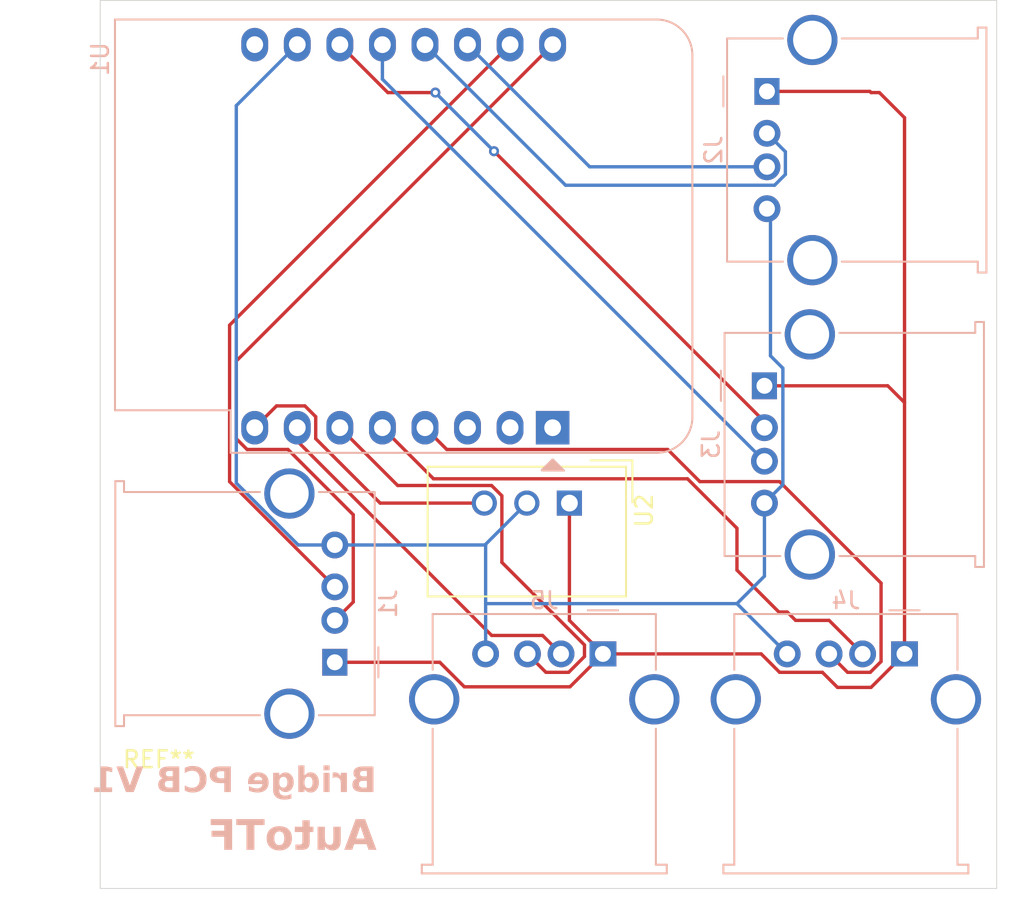
<source format=kicad_pcb>
(kicad_pcb (version 20240108) (generator "pcbnew") (generator_version "8.0")
  (layers (0 "F.Cu" signal) (31 "B.Cu" signal) (34 "B.Paste" user) (35 "F.Paste" user) (36 "B.SilkS" user "B.Silkscreen") (37 "F.SilkS" user "F.Silkscreen") (38 "B.Mask" user) (39 "F.Mask" user) (44 "Edge.Cuts" user))
  (net 0 "")
  (net 1 "Net-(J2-D+)")
  (net 3 "Net-(J4-D+)")
  (net 5 "Net-(J1-D+)")
  (net 7 "Net-(J5-D+)")
  (net 9 "Net-(J3-D-)")
  (net 10 "Net-(J5-D-)")
  (net 11 "Net-(J3-D+)")
  (net 12 "Net-(J2-D-)")
  (net 13 "Net-(U1-3V3)")
  (net 14 "Net-(J4-D-)")
  (net 15 "Net-(J1-D-)")
  (net 16 "Net-(J1-VBUS)")
  (footprint "Converter_DCDC:Converter_DCDC_TRACO_TSR1-xxxxE_THT" (layer "F.Cu") (at 119 146.5 -90)
    (property "Reference" "U2" (at 0.45 -4.46 90) (layer "F.SilkS"))
    (property "Value" "TSR1-2433E")
    (fp_line (start -2.17 8.46) (end 5.57 8.46) (stroke (width 0.12)) (layer "F.SilkS"))
    (fp_line (start -2.55 -1.26) (end -2.55 -3.76) (stroke (width 0.12)) (layer "F.SilkS"))
    (fp_line (start -2.17 -3.38) (end -2.17 8.46) (stroke (width 0.12)) (layer "F.SilkS"))
    (fp_line (start -2.17 -3.38) (end 5.57 -3.38) (stroke (width 0.12)) (layer "F.SilkS"))
    (fp_line (start 5.57 -3.38) (end 5.57 8.46) (stroke (width 0.12)) (layer "F.SilkS"))
    (fp_line (start -2.55 -3.76) (end -0.05 -3.76) (stroke (width 0.12)) (layer "F.SilkS"))
    (pad "1" thru_hole rect (at 0 0 270) (size 1.5 1.5) (drill 1) (layers "*.Cu" "*.Mask") (net 16 "Net-(J1-VBUS)"))
    (pad "2" thru_hole circle (at 0 2.54 270) (size 1.5 1.5) (drill 1) (layers "*.Cu" "*.Mask") (net 15 "Net-(J1-D-)"))
    (pad "3" thru_hole circle (at 0 5.08 270) (size 1.5 1.5) (drill 1) (layers "*.Cu" "*.Mask") (net 13 "Net-(U1-3V3)"))
  )
  (footprint "MountingHole:MountingHole_3.2mm_M3" (layer "F.Cu") (at 94.5 166)
    (property "Reference" "REF**" (at 0 -4.2 0) (layer "F.SilkS"))
    (property "Value" "MountingHole_3.2mm_M3")
    (pad "" np_thru_hole circle (at 0 0) (size 3.2 3.2) (drill 3.2) (layers "*.Cu" "*.Mask"))
  )
  (footprint "Connector_USB:USB_A_Molex_67643_Horizontal" (layer "B.Cu") (at 121 155.5 180)
    (property "Reference" "J5" (at 3.5 3.19 0) (layer "B.SilkS") (effects (justify mirror)))
    (property "Value" "USB_A")
    (fp_line (start 10.81 -12.58) (end 10.81 -13.1) (stroke (width 0.12)) (layer "B.SilkS"))
    (fp_line (start 10.81 -13.1) (end -3.81 -13.1) (stroke (width 0.12)) (layer "B.SilkS"))
    (fp_line (start 10.16 2.38) (end -3.16 2.38) (stroke (width 0.12)) (layer "B.SilkS"))
    (fp_line (start 10.16 -0.95) (end 10.16 2.38) (stroke (width 0.12)) (layer "B.SilkS"))
    (fp_line (start 10.16 -12.58) (end 10.81 -12.58) (stroke (width 0.12)) (layer "B.SilkS"))
    (fp_line (start 10.16 -12.58) (end 10.16 -4.47) (stroke (width 0.12)) (layer "B.SilkS"))
    (fp_line (start 0.9 2.6) (end -0.9 2.6) (stroke (width 0.12)) (layer "B.SilkS"))
    (fp_line (start -3.16 -0.95) (end -3.16 2.38) (stroke (width 0.12)) (layer "B.SilkS"))
    (fp_line (start -3.16 -4.47) (end -3.16 -12.58) (stroke (width 0.12)) (layer "B.SilkS"))
    (fp_line (start -3.81 -12.58) (end -3.16 -12.58) (stroke (width 0.12)) (layer "B.SilkS"))
    (fp_line (start -3.81 -13.1) (end -3.81 -12.58) (stroke (width 0.12)) (layer "B.SilkS"))
    (pad "1" thru_hole rect (at 0 0 180) (size 1.6 1.5) (drill 0.95) (layers "*.Cu" "*.Mask") (net 16 "Net-(J1-VBUS)"))
    (pad "2" thru_hole circle (at 2.5 0 180) (size 1.6 1.6) (drill 0.95) (layers "*.Cu" "*.Mask") (net 10 "Net-(J5-D-)"))
    (pad "3" thru_hole circle (at 4.5 0 180) (size 1.6 1.6) (drill 0.95) (layers "*.Cu" "*.Mask") (net 7 "Net-(J5-D+)"))
    (pad "4" thru_hole circle (at 7 0 180) (size 1.6 1.6) (drill 0.95) (layers "*.Cu" "*.Mask") (net 15 "Net-(J1-D-)"))
    (pad "5" thru_hole circle (at -3.07 -2.71 180) (size 3 3) (drill 2.3) (layers "*.Cu" "*.Mask"))
    (pad "5" thru_hole circle (at 10.07 -2.71 180) (size 3 3) (drill 2.3) (layers "*.Cu" "*.Mask"))
  )
  (footprint "Connector_USB:USB_A_Molex_67643_Horizontal" (layer "B.Cu") (at 130.64 139.5 -90)
    (property "Reference" "J3" (at 3.5 3.19 90) (layer "B.SilkS") (effects (justify mirror)))
    (property "Value" "USB_A")
    (fp_line (start 0.9 2.6) (end -0.9 2.6) (stroke (width 0.12)) (layer "B.SilkS"))
    (fp_line (start 10.16 2.38) (end -3.16 2.38) (stroke (width 0.12)) (layer "B.SilkS"))
    (fp_line (start -3.16 -0.95) (end -3.16 2.38) (stroke (width 0.12)) (layer "B.SilkS"))
    (fp_line (start 10.16 -0.95) (end 10.16 2.38) (stroke (width 0.12)) (layer "B.SilkS"))
    (fp_line (start -3.16 -4.47) (end -3.16 -12.58) (stroke (width 0.12)) (layer "B.SilkS"))
    (fp_line (start -3.81 -12.58) (end -3.16 -12.58) (stroke (width 0.12)) (layer "B.SilkS"))
    (fp_line (start 10.16 -12.58) (end 10.16 -4.47) (stroke (width 0.12)) (layer "B.SilkS"))
    (fp_line (start 10.16 -12.58) (end 10.81 -12.58) (stroke (width 0.12)) (layer "B.SilkS"))
    (fp_line (start 10.81 -12.58) (end 10.81 -13.1) (stroke (width 0.12)) (layer "B.SilkS"))
    (fp_line (start -3.81 -13.1) (end -3.81 -12.58) (stroke (width 0.12)) (layer "B.SilkS"))
    (fp_line (start 10.81 -13.1) (end -3.81 -13.1) (stroke (width 0.12)) (layer "B.SilkS"))
    (pad "1" thru_hole rect (at 0 0 270) (size 1.6 1.5) (drill 0.95) (layers "*.Cu" "*.Mask") (net 16 "Net-(J1-VBUS)"))
    (pad "2" thru_hole circle (at 2.5 0 270) (size 1.6 1.6) (drill 0.95) (layers "*.Cu" "*.Mask") (net 9 "Net-(J3-D-)"))
    (pad "3" thru_hole circle (at 4.5 0 270) (size 1.6 1.6) (drill 0.95) (layers "*.Cu" "*.Mask") (net 11 "Net-(J3-D+)"))
    (pad "4" thru_hole circle (at 7 0 270) (size 1.6 1.6) (drill 0.95) (layers "*.Cu" "*.Mask") (net 15 "Net-(J1-D-)"))
    (pad "5" thru_hole circle (at -3.07 -2.71 270) (size 3 3) (drill 2.3) (layers "*.Cu" "*.Mask"))
    (pad "5" thru_hole circle (at 10.07 -2.71 270) (size 3 3) (drill 2.3) (layers "*.Cu" "*.Mask"))
  )
  (footprint "Module:WEMOS_D1_mini_light" (layer "B.Cu") (at 118 142 90)
    (property "Reference" "U1" (at 22 -27 90) (layer "B.SilkS") (effects (justify mirror)))
    (property "Value" "WeMos_D1_mini")
    (fp_line (start 24.36 -26.12) (end 1.04 -26.12) (stroke (width 0.12)) (layer "B.SilkS"))
    (fp_line (start 1.04 -26.12) (end 1.04 -19.22) (stroke (width 0.12)) (layer "B.SilkS"))
    (fp_line (start 1.04 -19.22) (end -1.5 -19.22) (stroke (width 0.12)) (layer "B.SilkS"))
    (fp_line (start 24.36 6.21) (end 24.36 -26.12) (stroke (width 0.12)) (layer "B.SilkS"))
    (fp_line (start -1.5 6.21) (end -1.5 -19.22) (stroke (width 0.12)) (layer "B.SilkS"))
    (fp_line (start 0.63 8.34) (end 22.24 8.34) (stroke (width 0.12)) (layer "B.SilkS"))
    (fp_arc (start 24.36 6.21) (mid 23.736137 7.716137) (end 22.23 8.34) (stroke (width 0.12)) (layer "B.SilkS"))
    (fp_arc (start 0.63 8.34) (mid -0.876137 7.716137) (end -1.5 6.21) (stroke (width 0.12)) (layer "B.SilkS"))
    (fp_poly (pts (xy -2.54 0.635) (xy -2.54 -0.635) (xy -1.905 0)) (stroke (width 0.15)) (fill solid) (layer "B.SilkS"))
    (pad "1" thru_hole rect (at 0 0 90) (size 2 2) (drill 1) (layers "*.Cu" "*.Mask"))
    (pad "2" thru_hole oval (at 0 -2.54 90) (size 2 1.6) (drill 1) (layers "*.Cu" "*.Mask"))
    (pad "3" thru_hole oval (at 0 -5.08 90) (size 2 1.6) (drill 1) (layers "*.Cu" "*.Mask"))
    (pad "4" thru_hole oval (at 0 -7.62 90) (size 2 1.6) (drill 1) (layers "*.Cu" "*.Mask") (net 3 "Net-(J4-D+)"))
    (pad "5" thru_hole oval (at 0 -10.16 90) (size 2 1.6) (drill 1) (layers "*.Cu" "*.Mask") (net 14 "Net-(J4-D-)"))
    (pad "6" thru_hole oval (at 0 -12.7 90) (size 2 1.6) (drill 1) (layers "*.Cu" "*.Mask") (net 7 "Net-(J5-D+)"))
    (pad "7" thru_hole oval (at 0 -15.24 90) (size 2 1.6) (drill 1) (layers "*.Cu" "*.Mask") (net 10 "Net-(J5-D-)"))
    (pad "8" thru_hole oval (at 0 -17.78 90) (size 2 1.6) (drill 1) (layers "*.Cu" "*.Mask") (net 13 "Net-(U1-3V3)"))
    (pad "9" thru_hole oval (at 22.86 -17.78 90) (size 2 1.6) (drill 1) (layers "*.Cu" "*.Mask"))
    (pad "10" thru_hole oval (at 22.86 -15.24 90) (size 2 1.6) (drill 1) (layers "*.Cu" "*.Mask") (net 15 "Net-(J1-D-)"))
    (pad "11" thru_hole oval (at 22.86 -12.7 90) (size 2 1.6) (drill 1) (layers "*.Cu" "*.Mask") (net 9 "Net-(J3-D-)"))
    (pad "12" thru_hole oval (at 22.86 -10.16 90) (size 2 1.6) (drill 1) (layers "*.Cu" "*.Mask") (net 11 "Net-(J3-D+)"))
    (pad "13" thru_hole oval (at 22.86 -7.62 90) (size 2 1.6) (drill 1) (layers "*.Cu" "*.Mask") (net 12 "Net-(J2-D-)"))
    (pad "14" thru_hole oval (at 22.86 -5.08 90) (size 2 1.6) (drill 1) (layers "*.Cu" "*.Mask") (net 1 "Net-(J2-D+)"))
    (pad "15" thru_hole oval (at 22.86 -2.54 90) (size 2 1.6) (drill 1) (layers "*.Cu" "*.Mask") (net 5 "Net-(J1-D+)"))
    (pad "16" thru_hole oval (at 22.86 0 90) (size 2 1.6) (drill 1) (layers "*.Cu" "*.Mask") (net 15 "Net-(J1-D-)"))
  )
  (footprint "Connector_USB:USB_A_Molex_67643_Horizontal" (layer "B.Cu") (at 130.79 121.93 -90)
    (property "Reference" "J2" (at 3.5 3.19 90) (layer "B.SilkS") (effects (justify mirror)))
    (property "Value" "USB_A")
    (fp_line (start 0.9 2.6) (end -0.9 2.6) (stroke (width 0.12)) (layer "B.SilkS"))
    (fp_line (start 10.16 2.38) (end -3.16 2.38) (stroke (width 0.12)) (layer "B.SilkS"))
    (fp_line (start -3.16 -0.95) (end -3.16 2.38) (stroke (width 0.12)) (layer "B.SilkS"))
    (fp_line (start 10.16 -0.95) (end 10.16 2.38) (stroke (width 0.12)) (layer "B.SilkS"))
    (fp_line (start -3.16 -4.47) (end -3.16 -12.58) (stroke (width 0.12)) (layer "B.SilkS"))
    (fp_line (start -3.81 -12.58) (end -3.16 -12.58) (stroke (width 0.12)) (layer "B.SilkS"))
    (fp_line (start 10.16 -12.58) (end 10.16 -4.47) (stroke (width 0.12)) (layer "B.SilkS"))
    (fp_line (start 10.16 -12.58) (end 10.81 -12.58) (stroke (width 0.12)) (layer "B.SilkS"))
    (fp_line (start 10.81 -12.58) (end 10.81 -13.1) (stroke (width 0.12)) (layer "B.SilkS"))
    (fp_line (start -3.81 -13.1) (end -3.81 -12.58) (stroke (width 0.12)) (layer "B.SilkS"))
    (fp_line (start 10.81 -13.1) (end -3.81 -13.1) (stroke (width 0.12)) (layer "B.SilkS"))
    (pad "1" thru_hole rect (at 0 0 270) (size 1.6 1.5) (drill 0.95) (layers "*.Cu" "*.Mask") (net 16 "Net-(J1-VBUS)"))
    (pad "2" thru_hole circle (at 2.5 0 270) (size 1.6 1.6) (drill 0.95) (layers "*.Cu" "*.Mask") (net 12 "Net-(J2-D-)"))
    (pad "3" thru_hole circle (at 4.5 0 270) (size 1.6 1.6) (drill 0.95) (layers "*.Cu" "*.Mask") (net 1 "Net-(J2-D+)"))
    (pad "4" thru_hole circle (at 7 0 270) (size 1.6 1.6) (drill 0.95) (layers "*.Cu" "*.Mask") (net 15 "Net-(J1-D-)"))
    (pad "5" thru_hole circle (at -3.07 -2.71 270) (size 3 3) (drill 2.3) (layers "*.Cu" "*.Mask"))
    (pad "5" thru_hole circle (at 10.07 -2.71 270) (size 3 3) (drill 2.3) (layers "*.Cu" "*.Mask"))
  )
  (footprint "Connector_USB:USB_A_Molex_67643_Horizontal" (layer "B.Cu") (at 105 156 90)
    (property "Reference" "J1" (at 3.5 3.19 90) (layer "B.SilkS") (effects (justify mirror)))
    (property "Value" "USB_A")
    (fp_line (start 10.81 -13.1) (end -3.81 -13.1) (stroke (width 0.12)) (layer "B.SilkS"))
    (fp_line (start -3.81 -13.1) (end -3.81 -12.58) (stroke (width 0.12)) (layer "B.SilkS"))
    (fp_line (start 10.81 -12.58) (end 10.81 -13.1) (stroke (width 0.12)) (layer "B.SilkS"))
    (fp_line (start 10.16 -12.58) (end 10.81 -12.58) (stroke (width 0.12)) (layer "B.SilkS"))
    (fp_line (start 10.16 -12.58) (end 10.16 -4.47) (stroke (width 0.12)) (layer "B.SilkS"))
    (fp_line (start -3.81 -12.58) (end -3.16 -12.58) (stroke (width 0.12)) (layer "B.SilkS"))
    (fp_line (start -3.16 -4.47) (end -3.16 -12.58) (stroke (width 0.12)) (layer "B.SilkS"))
    (fp_line (start 10.16 -0.95) (end 10.16 2.38) (stroke (width 0.12)) (layer "B.SilkS"))
    (fp_line (start -3.16 -0.95) (end -3.16 2.38) (stroke (width 0.12)) (layer "B.SilkS"))
    (fp_line (start 10.16 2.38) (end -3.16 2.38) (stroke (width 0.12)) (layer "B.SilkS"))
    (fp_line (start 0.9 2.6) (end -0.9 2.6) (stroke (width 0.12)) (layer "B.SilkS"))
    (pad "1" thru_hole rect (at 0 0 90) (size 1.6 1.5) (drill 0.95) (layers "*.Cu" "*.Mask") (net 16 "Net-(J1-VBUS)"))
    (pad "2" thru_hole circle (at 2.5 0 90) (size 1.6 1.6) (drill 0.95) (layers "*.Cu" "*.Mask") (net 15 "Net-(J1-D-)"))
    (pad "3" thru_hole circle (at 4.5 0 90) (size 1.6 1.6) (drill 0.95) (layers "*.Cu" "*.Mask") (net 5 "Net-(J1-D+)"))
    (pad "4" thru_hole circle (at 7 0 90) (size 1.6 1.6) (drill 0.95) (layers "*.Cu" "*.Mask") (net 15 "Net-(J1-D-)"))
    (pad "5" thru_hole circle (at -3.07 -2.71 90) (size 3 3) (drill 2.3) (layers "*.Cu" "*.Mask"))
    (pad "5" thru_hole circle (at 10.07 -2.71 90) (size 3 3) (drill 2.3) (layers "*.Cu" "*.Mask"))
  )
  (footprint "Connector_USB:USB_A_Molex_67643_Horizontal" (layer "B.Cu") (at 139 155.5 180)
    (property "Reference" "J4" (at 3.5 3.19 0) (layer "B.SilkS") (effects (justify mirror)))
    (property "Value" "USB_A")
    (fp_line (start 10.81 -12.58) (end 10.81 -13.1) (stroke (width 0.12)) (layer "B.SilkS"))
    (fp_line (start 10.81 -13.1) (end -3.81 -13.1) (stroke (width 0.12)) (layer "B.SilkS"))
    (fp_line (start 10.16 2.38) (end -3.16 2.38) (stroke (width 0.12)) (layer "B.SilkS"))
    (fp_line (start 10.16 -0.95) (end 10.16 2.38) (stroke (width 0.12)) (layer "B.SilkS"))
    (fp_line (start 10.16 -12.58) (end 10.81 -12.58) (stroke (width 0.12)) (layer "B.SilkS"))
    (fp_line (start 10.16 -12.58) (end 10.16 -4.47) (stroke (width 0.12)) (layer "B.SilkS"))
    (fp_line (start 0.9 2.6) (end -0.9 2.6) (stroke (width 0.12)) (layer "B.SilkS"))
    (fp_line (start -3.16 -0.95) (end -3.16 2.38) (stroke (width 0.12)) (layer "B.SilkS"))
    (fp_line (start -3.16 -4.47) (end -3.16 -12.58) (stroke (width 0.12)) (layer "B.SilkS"))
    (fp_line (start -3.81 -12.58) (end -3.16 -12.58) (stroke (width 0.12)) (layer "B.SilkS"))
    (fp_line (start -3.81 -13.1) (end -3.81 -12.58) (stroke (width 0.12)) (layer "B.SilkS"))
    (pad "1" thru_hole rect (at 0 0 180) (size 1.6 1.5) (drill 0.95) (layers "*.Cu" "*.Mask") (net 16 "Net-(J1-VBUS)"))
    (pad "2" thru_hole circle (at 2.5 0 180) (size 1.6 1.6) (drill 0.95) (layers "*.Cu" "*.Mask") (net 14 "Net-(J4-D-)"))
    (pad "3" thru_hole circle (at 4.5 0 180) (size 1.6 1.6) (drill 0.95) (layers "*.Cu" "*.Mask") (net 3 "Net-(J4-D+)"))
    (pad "4" thru_hole circle (at 7 0 180) (size 1.6 1.6) (drill 0.95) (layers "*.Cu" "*.Mask") (net 15 "Net-(J1-D-)"))
    (pad "5" thru_hole circle (at -3.07 -2.71 180) (size 3 3) (drill 2.3) (layers "*.Cu" "*.Mask"))
    (pad "5" thru_hole circle (at 10.07 -2.71 180) (size 3 3) (drill 2.3) (layers "*.Cu" "*.Mask"))
  )
  (gr_rect (start 91 116.5) (end 144.5 169.5) (stroke (width 0.05)) (fill none) (layer "Edge.Cuts"))
  (gr_text "AutoTF" (at 107.5 167.5 0) (layer "B.SilkS") (effects (font (size 1.8 1.8) (thickness 0.3) (bold yes) (italic yes)) (justify left bottom mirror)))
  (gr_text "Bridge PCB V1" (at 107.5 164 0) (layer "B.SilkS") (effects (font (size 1.5 1.5) (thickness 0.3) (bold yes)) (justify left bottom mirror)))
  (segment (start 130.79 126.43) (end 120.21 126.43) (width 0.2) (layer "B.Cu") (net 1))
  (segment (start 120.21 126.43) (end 112.92 119.14) (width 0.2) (layer "B.Cu") (net 1))
  (segment (start 124.865686 143.3) (end 111.68 143.3) (width 0.2) (layer "F.Cu") (net 3))
  (segment (start 136.955635 156.6) (end 137.6 155.955635) (width 0.2) (layer "F.Cu") (net 3))
  (segment (start 137.6 155.955635) (end 137.6 151.274415) (width 0.2) (layer "F.Cu") (net 3))
  (segment (start 131.542742 145.217157) (end 126.782843 145.217157) (width 0.2) (layer "F.Cu") (net 3))
  (segment (start 126.782843 145.217157) (end 124.865686 143.3) (width 0.2) (layer "F.Cu") (net 3))
  (segment (start 137.6 151.274415) (end 131.542742 145.217157) (width 0.2) (layer "F.Cu") (net 3))
  (segment (start 135.6 156.6) (end 136.955635 156.6) (width 0.2) (layer "F.Cu") (net 3))
  (segment (start 134.5 155.5) (end 135.6 156.6) (width 0.2) (layer "F.Cu") (net 3))
  (segment (start 111.68 143.3) (end 110.38 142) (width 0.2) (layer "F.Cu") (net 3))
  (segment (start 105 151.5) (end 98.72 145.22) (width 0.2) (layer "F.Cu") (net 5))
  (segment (start 98.72 145.22) (end 98.72 135.88) (width 0.2) (layer "F.Cu") (net 5))
  (segment (start 98.72 135.88) (end 115.46 119.14) (width 0.2) (layer "F.Cu") (net 5))
  (segment (start 114.97 150.035686) (end 114.97 146.065075) (width 0.2) (layer "F.Cu") (net 7))
  (segment (start 116.5 155.5) (end 117.6 156.6) (width 0.2) (layer "F.Cu") (net 7))
  (segment (start 119.9 155.655635) (end 119.9 154.965686) (width 0.2) (layer "F.Cu") (net 7))
  (segment (start 114.354925 145.45) (end 108.75 145.45) (width 0.2) (layer "F.Cu") (net 7))
  (segment (start 117.6 156.6) (end 118.955635 156.6) (width 0.2) (layer "F.Cu") (net 7))
  (segment (start 119.9 154.965686) (end 114.97 150.035686) (width 0.2) (layer "F.Cu") (net 7))
  (segment (start 108.75 145.45) (end 105.3 142) (width 0.2) (layer "F.Cu") (net 7))
  (segment (start 114.97 146.065075) (end 114.354925 145.45) (width 0.2) (layer "F.Cu") (net 7))
  (segment (start 118.955635 156.6) (end 119.9 155.655635) (width 0.2) (layer "F.Cu") (net 7))
  (segment (start 130.64 141.64) (end 114.5 125.5) (width 0.2) (layer "F.Cu") (net 9))
  (segment (start 108.16 122) (end 105.3 119.14) (width 0.2) (layer "F.Cu") (net 9))
  (segment (start 111 122) (end 108.16 122) (width 0.2) (layer "F.Cu") (net 9))
  (segment (start 130.64 142) (end 130.64 141.64) (width 0.2) (layer "F.Cu") (net 9))
  (via (at 111 122) (size 0.6) (drill 0.3) (layers "F.Cu" "B.Cu") (net 9))
  (via (at 114.5 125.5) (size 0.6) (drill 0.3) (layers "F.Cu" "B.Cu") (net 9))
  (segment (start 114.5 125.5) (end 111 122) (width 0.2) (layer "B.Cu") (net 9))
  (segment (start 102.76 142) (end 102.76 142.8) (width 0.2) (layer "F.Cu") (net 10))
  (segment (start 102.76 142.8) (end 114.36 154.4) (width 0.2) (layer "F.Cu") (net 10))
  (segment (start 114.36 154.4) (end 117.4 154.4) (width 0.2) (layer "F.Cu") (net 10))
  (segment (start 117.4 154.4) (end 118.5 155.5) (width 0.2) (layer "F.Cu") (net 10))
  (segment (start 107.84 121.2) (end 107.84 119.14) (width 0.2) (layer "B.Cu") (net 11))
  (segment (start 130.64 144) (end 107.84 121.2) (width 0.2) (layer "B.Cu") (net 11))
  (segment (start 130.79 124.43) (end 131.89 125.53) (width 0.2) (layer "B.Cu") (net 12))
  (segment (start 131.89 126.885635) (end 131.245635 127.53) (width 0.2) (layer "B.Cu") (net 12))
  (segment (start 131.89 125.53) (end 131.89 126.885635) (width 0.2) (layer "B.Cu") (net 12))
  (segment (start 118.77 127.53) (end 110.38 119.14) (width 0.2) (layer "B.Cu") (net 12))
  (segment (start 131.245635 127.53) (end 118.77 127.53) (width 0.2) (layer "B.Cu") (net 12))
  (segment (start 103.86 142.655635) (end 103.86 141.344365) (width 0.2) (layer "F.Cu") (net 13))
  (segment (start 101.52 140.7) (end 100.22 142) (width 0.2) (layer "F.Cu") (net 13))
  (segment (start 113.92 146.5) (end 107.704365 146.5) (width 0.2) (layer "F.Cu") (net 13))
  (segment (start 103.215635 140.7) (end 101.52 140.7) (width 0.2) (layer "F.Cu") (net 13))
  (segment (start 103.86 141.344365) (end 103.215635 140.7) (width 0.2) (layer "F.Cu") (net 13))
  (segment (start 107.704365 146.5) (end 103.86 142.655635) (width 0.2) (layer "F.Cu") (net 13))
  (segment (start 132 153) (end 131.5 153) (width 0.2) (layer "F.Cu") (net 14))
  (segment (start 131.5 153) (end 129 150.5) (width 0.2) (layer "F.Cu") (net 14))
  (segment (start 107.84 142) (end 110.89 145.05) (width 0.2) (layer "F.Cu") (net 14))
  (segment (start 110.89 145.05) (end 126.05 145.05) (width 0.2) (layer "F.Cu") (net 14))
  (segment (start 136.5 155.5) (end 134.5 153.5) (width 0.2) (layer "F.Cu") (net 14))
  (segment (start 126.05 145.05) (end 129 148) (width 0.2) (layer "F.Cu") (net 14))
  (segment (start 134.5 153.5) (end 132.5 153.5) (width 0.2) (layer "F.Cu") (net 14))
  (segment (start 129 148) (end 129 150.5) (width 0.2) (layer "F.Cu") (net 14))
  (segment (start 132.5 153.5) (end 132 153) (width 0.2) (layer "F.Cu") (net 14))
  (segment (start 99.764365 143.3) (end 99.12 142.655635) (width 0.2) (layer "F.Cu") (net 15))
  (segment (start 99.12 142.655635) (end 99.12 138.02) (width 0.2) (layer "F.Cu") (net 15))
  (segment (start 106.1 152.4) (end 106.1 147.194415) (width 0.2) (layer "F.Cu") (net 15))
  (segment (start 105 153.5) (end 106.1 152.4) (width 0.2) (layer "F.Cu") (net 15))
  (segment (start 99.12 138.02) (end 118 119.14) (width 0.2) (layer "F.Cu") (net 15))
  (segment (start 106.1 147.194415) (end 102.205585 143.3) (width 0.2) (layer "F.Cu") (net 15))
  (segment (start 102.205585 143.3) (end 99.764365 143.3) (width 0.2) (layer "F.Cu") (net 15))
  (segment (start 113.96 149) (end 114 149.04) (width 0.2) (layer "B.Cu") (net 15))
  (segment (start 131 129.14) (end 130.79 128.93) (width 0.2) (layer "B.Cu") (net 15))
  (segment (start 130.64 146.5) (end 131.74 145.4) (width 0.2) (layer "B.Cu") (net 15))
  (segment (start 102.814415 149) (end 99.12 145.305585) (width 0.2) (layer "B.Cu") (net 15))
  (segment (start 105 149) (end 113.96 149) (width 0.2) (layer "B.Cu") (net 15))
  (segment (start 114 152.5) (end 129 152.5) (width 0.2) (layer "B.Cu") (net 15))
  (segment (start 114 149.04) (end 114 152.5) (width 0.2) (layer "B.Cu") (net 15))
  (segment (start 129 152.5) (end 130.64 150.86) (width 0.2) (layer "B.Cu") (net 15))
  (segment (start 99.12 145.305585) (end 99.12 122.78) (width 0.2) (layer "B.Cu") (net 15))
  (segment (start 114 152.5) (end 114 155.5) (width 0.2) (layer "B.Cu") (net 15))
  (segment (start 131.74 145.4) (end 131.74 138.45) (width 0.2) (layer "B.Cu") (net 15))
  (segment (start 129 152.5) (end 132 155.5) (width 0.2) (layer "B.Cu") (net 15))
  (segment (start 130.64 150.86) (end 130.64 146.5) (width 0.2) (layer "B.Cu") (net 15))
  (segment (start 131 137.71) (end 131 129.14) (width 0.2) (layer "B.Cu") (net 15))
  (segment (start 105 149) (end 102.814415 149) (width 0.2) (layer "B.Cu") (net 15))
  (segment (start 131.74 138.45) (end 131 137.71) (width 0.2) (layer "B.Cu") (net 15))
  (segment (start 113.96 149) (end 116.46 146.5) (width 0.2) (layer "B.Cu") (net 15))
  (segment (start 99.12 122.78) (end 102.76 119.14) (width 0.2) (layer "B.Cu") (net 15))
  (segment (start 119 146.5) (end 119 153.5) (width 0.2) (layer "F.Cu") (net 16))
  (segment (start 121 155.5) (end 119.035585 157.464415) (width 0.2) (layer "F.Cu") (net 16))
  (segment (start 130.444365 155.5) (end 131.544365 156.6) (width 0.2) (layer "F.Cu") (net 16))
  (segment (start 111.265585 156) (end 105 156) (width 0.2) (layer "F.Cu") (net 16))
  (segment (start 134.1 156.6) (end 135 157.5) (width 0.2) (layer "F.Cu") (net 16))
  (segment (start 139 140.5) (end 138 139.5) (width 0.2) (layer "F.Cu") (net 16))
  (segment (start 119 153.5) (end 121 155.5) (width 0.2) (layer "F.Cu") (net 16))
  (segment (start 121 155.5) (end 130.444365 155.5) (width 0.2) (layer "F.Cu") (net 16))
  (segment (start 137 122) (end 136.93 121.93) (width 0.2) (layer "F.Cu") (net 16))
  (segment (start 137.5 122) (end 137 122) (width 0.2) (layer "F.Cu") (net 16))
  (segment (start 112.73 157.464415) (end 111.265585 156) (width 0.2) (layer "F.Cu") (net 16))
  (segment (start 139 155.5) (end 139 140.5) (width 0.2) (layer "F.Cu") (net 16))
  (segment (start 135 157.5) (end 137 157.5) (width 0.2) (layer "F.Cu") (net 16))
  (segment (start 138 139.5) (end 130.64 139.5) (width 0.2) (layer "F.Cu") (net 16))
  (segment (start 136.93 121.93) (end 130.79 121.93) (width 0.2) (layer "F.Cu") (net 16))
  (segment (start 131.544365 156.6) (end 134.1 156.6) (width 0.2) (layer "F.Cu") (net 16))
  (segment (start 139 123.5) (end 137.5 122) (width 0.2) (layer "F.Cu") (net 16))
  (segment (start 137 157.5) (end 139 155.5) (width 0.2) (layer "F.Cu") (net 16))
  (segment (start 139 140.5) (end 139 123.5) (width 0.2) (layer "F.Cu") (net 16))
  (segment (start 119.035585 157.464415) (end 112.73 157.464415) (width 0.2) (layer "F.Cu") (net 16))
)
</source>
